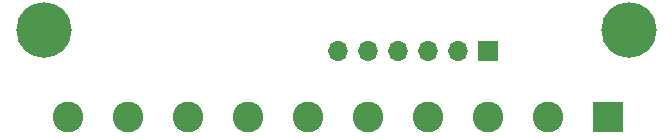
<source format=gbr>
%TF.GenerationSoftware,KiCad,Pcbnew,(5.1.7)-1*%
%TF.CreationDate,2022-01-17T02:13:02-07:00*%
%TF.ProjectId,SIOST,53494f53-542e-46b6-9963-61645f706362,rev?*%
%TF.SameCoordinates,PX32de760PY5734380*%
%TF.FileFunction,Soldermask,Top*%
%TF.FilePolarity,Negative*%
%FSLAX46Y46*%
G04 Gerber Fmt 4.6, Leading zero omitted, Abs format (unit mm)*
G04 Created by KiCad (PCBNEW (5.1.7)-1) date 2022-01-17 02:13:02*
%MOMM*%
%LPD*%
G01*
G04 APERTURE LIST*
%ADD10O,1.700000X1.700000*%
%ADD11R,1.700000X1.700000*%
%ADD12C,4.700000*%
%ADD13C,2.600000*%
%ADD14R,2.600000X2.600000*%
G04 APERTURE END LIST*
D10*
%TO.C,J4*%
X28702000Y9906000D03*
X31242000Y9906000D03*
X33782000Y9906000D03*
X36322000Y9906000D03*
X38862000Y9906000D03*
D11*
X41402000Y9906000D03*
%TD*%
D12*
%TO.C,REF\u002A\u002A*%
X53340000Y11684000D03*
%TD*%
%TO.C,REF\u002A\u002A*%
X3810000Y11684000D03*
%TD*%
D13*
%TO.C,J2*%
X5842000Y4318000D03*
X10922000Y4318000D03*
X16002000Y4318000D03*
X21082000Y4318000D03*
X26162000Y4318000D03*
X31242000Y4318000D03*
X36322000Y4318000D03*
X41402000Y4318000D03*
X46482000Y4318000D03*
D14*
X51562000Y4318000D03*
%TD*%
M02*

</source>
